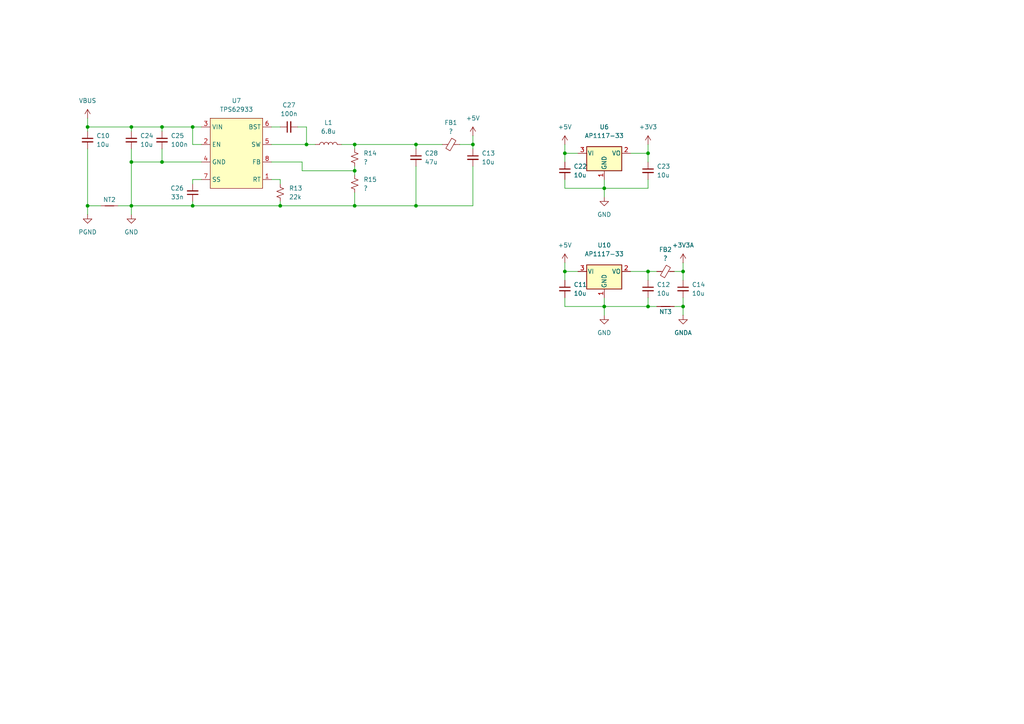
<source format=kicad_sch>
(kicad_sch (version 20231120) (generator "eeschema") (generator_version "8.0")
  (paper "A4")
  (lib_symbols
    (symbol "Device:C_Small" (pin_numbers hide) (pin_names (offset 0.254) hide)
      (property "Reference" "C" (at 0.254 1.778 0))
      (property "Value" "C_Small" (at 0.254 -2.032 0))
      (symbol "C_Small_0_1"
        (polyline (pts (xy -1.524 -0.508) (xy 1.524 -0.508)) (stroke (width 0.3302)))
        (polyline (pts (xy -1.524 0.508) (xy 1.524 0.508)) (stroke (width 0.3048)))
      )
      (symbol "C_Small_1_1"
        (pin passive line (at 0 2.54 270) (length 2.032) (name "~") (number "1"))
        (pin passive line (at 0 -2.54 90) (length 2.032) (name "~") (number "2"))
      )
    )
    (symbol "Device:FerriteBead_Small" (pin_numbers hide) (pin_names (offset 0))
      (property "Reference" "FB" (at 1.905 1.27 0))
      (property "Value" "FerriteBead_Small" (at 1.905 -1.27 0))
      (symbol "FerriteBead_Small_0_1"
        (polyline (pts (xy 0 -1.27) (xy 0 -0.7874)))
        (polyline (pts (xy 0 0.889) (xy 0 1.2954)))
        (polyline (pts (xy -1.8288 0.2794) (xy -1.1176 1.4986) (xy 1.8288 -0.2032) (xy 1.1176 -1.4224) (xy -1.8288 0.2794)))
      )
      (symbol "FerriteBead_Small_1_1"
        (pin passive line (at 0 2.54 270) (length 1.27) (name "~") (number "1"))
        (pin passive line (at 0 -2.54 90) (length 1.27) (name "~") (number "2"))
      )
    )
    (symbol "Device:L" (pin_numbers hide) (pin_names (offset 1.016) hide)
      (property "Reference" "L" (at -1.27 0 90))
      (property "Value" "L" (at 1.905 0 90))
      (symbol "L_0_1"
        (arc (start 0 -2.54) (mid 0.6323 -1.905) (end 0 -1.27))
        (arc (start 0 -1.27) (mid 0.6323 -0.635) (end 0 0))
        (arc (start 0 0) (mid 0.6323 0.635) (end 0 1.27))
        (arc (start 0 1.27) (mid 0.6323 1.905) (end 0 2.54))
      )
      (symbol "L_1_1"
        (pin passive line (at 0 3.81 270) (length 1.27) (name "1") (number "1"))
        (pin passive line (at 0 -3.81 90) (length 1.27) (name "2") (number "2"))
      )
    )
    (symbol "Device:NetTie_2" (pin_numbers hide) (pin_names (offset 0) hide) (in_bom no)
      (property "Reference" "NT" (at 0 1.27 0))
      (property "Value" "NetTie_2" (at 0 -1.27 0))
      (symbol "NetTie_2_0_1"
        (polyline (pts (xy -1.27 0) (xy 1.27 0)) (stroke (width 0.254)))
      )
      (symbol "NetTie_2_1_1"
        (pin passive line (at -2.54 0 0) (length 2.54) (name "1") (number "1"))
        (pin passive line (at 2.54 0 180) (length 2.54) (name "2") (number "2"))
      )
    )
    (symbol "Device:R_Small_US" (pin_numbers hide) (pin_names (offset 0.254) hide)
      (property "Reference" "R" (at 0.762 0.508 0))
      (property "Value" "R_Small_US" (at 0.762 -1.016 0))
      (symbol "R_Small_US_1_1"
        (polyline (pts (xy 0 0) (xy 1.016 -0.381) (xy 0 -0.762) (xy -1.016 -1.143) (xy 0 -1.524)))
        (polyline (pts (xy 0 1.524) (xy 1.016 1.143) (xy 0 0.762) (xy -1.016 0.381) (xy 0 0)))
        (pin passive line (at 0 2.54 270) (length 1.016) (name "~") (number "1"))
        (pin passive line (at 0 -2.54 90) (length 1.016) (name "~") (number "2"))
      )
    )
    (symbol "Regulator_Linear:AP1117-33" (pin_names (offset 0.254))
      (property "Reference" "U" (at -3.81 3.175 0))
      (property "Value" "AP1117-33" (at 0 3.175 0))
      (symbol "AP1117-33_0_1"
        (rectangle (start -5.08 -5.08) (end 5.08 1.905) (stroke (width 0.254)) (fill (type background)))
      )
      (symbol "AP1117-33_1_1"
        (pin power_in line (at 0 -7.62 90) (length 2.54) (name "GND") (number "1"))
        (pin power_out line (at 7.62 0 180) (length 2.54) (name "VO") (number "2"))
        (pin power_in line (at -7.62 0 0) (length 2.54) (name "VI") (number "3"))
      )
    )
    (symbol "a22verter:TPS62933"
      (property "Reference" "U" (at 0 0 0))
      (property "Value" "TPS62933" (at 0 0 0))
      (symbol "TPS62933_0_1"
        (rectangle (start -7.62 10.16) (end 7.62 -10.16) (fill (type background)))
      )
      (symbol "TPS62933_1_1"
        (pin input line (at 10.16 -7.62 180) (length 2.54) (name "RT") (number "1"))
        (pin input line (at -10.16 2.54 0) (length 2.54) (name "EN") (number "2"))
        (pin power_in line (at -10.16 7.62 0) (length 2.54) (name "VIN") (number "3"))
        (pin power_in line (at -10.16 -2.54 0) (length 2.54) (name "GND") (number "4"))
        (pin output line (at 10.16 2.54 180) (length 2.54) (name "SW") (number "5"))
        (pin output line (at 10.16 7.62 180) (length 2.54) (name "BST") (number "6"))
        (pin input line (at -10.16 -7.62 0) (length 2.54) (name "SS") (number "7"))
        (pin input line (at 10.16 -2.54 180) (length 2.54) (name "FB") (number "8"))
      )
    )
    (symbol "evelyn:+3V3A" (power) (pin_numbers hide) (pin_names (offset 0) hide)
      (property "Value" "+3V3A" (at 0 3.556 0))
      (symbol "+3V3A_0_1"
        (polyline (pts (xy -0.762 1.27) (xy 0 2.54)))
        (polyline (pts (xy 0 0) (xy 0 2.54)))
        (polyline (pts (xy 0 2.54) (xy 0.762 1.27)))
      )
      (symbol "+3V3A_1_1"
        (pin power_in line (at 0 0 90) (length 0) (name "~") (number "1"))
      )
    )
    (symbol "evelyn:PGND" (power) (pin_numbers hide) (pin_names (offset 0) hide)
      (property "Value" "PGND" (at 0 -3.81 0))
      (symbol "PGND_0_1"
        (polyline (pts (xy 0 0) (xy 0 -1.27) (xy 1.27 -1.27) (xy 0 -2.54) (xy -1.27 -1.27) (xy 0 -1.27)))
      )
      (symbol "PGND_1_1"
        (pin power_in line (at 0 0 270) (length 0) (name "~") (number "1"))
      )
    )
    (symbol "power:+3V3" (power) (pin_names (offset 0))
      (property "Value" "+3V3" (at 0 3.556 0))
      (symbol "+3V3_0_1"
        (polyline (pts (xy -0.762 1.27) (xy 0 2.54)))
        (polyline (pts (xy 0 0) (xy 0 2.54)))
        (polyline (pts (xy 0 2.54) (xy 0.762 1.27)))
      )
      (symbol "+3V3_1_1"
        (pin power_in line (at 0 0 90) (length 0) hide (name "+3V3") (number "1"))
      )
    )
    (symbol "power:+5V" (power) (pin_numbers hide) (pin_names (offset 0) hide)
      (property "Value" "+5V" (at 0 3.556 0))
      (symbol "+5V_0_1"
        (polyline (pts (xy -0.762 1.27) (xy 0 2.54)))
        (polyline (pts (xy 0 0) (xy 0 2.54)))
        (polyline (pts (xy 0 2.54) (xy 0.762 1.27)))
      )
      (symbol "+5V_1_1"
        (pin power_in line (at 0 0 90) (length 0) (name "~") (number "1"))
      )
    )
    (symbol "power:GND" (power) (pin_names (offset 0))
      (property "Value" "GND" (at 0 -3.81 0))
      (symbol "GND_0_1"
        (polyline (pts (xy 0 0) (xy 0 -1.27) (xy 1.27 -1.27) (xy 0 -2.54) (xy -1.27 -1.27) (xy 0 -1.27)))
      )
      (symbol "GND_1_1"
        (pin power_in line (at 0 0 270) (length 0) hide (name "GND") (number "1"))
      )
    )
    (symbol "power:GNDA" (power) (pin_numbers hide) (pin_names (offset 0) hide)
      (property "Value" "GNDA" (at 0 -3.81 0))
      (symbol "GNDA_0_1"
        (polyline (pts (xy 0 0) (xy 0 -1.27) (xy 1.27 -1.27) (xy 0 -2.54) (xy -1.27 -1.27) (xy 0 -1.27)))
      )
      (symbol "GNDA_1_1"
        (pin power_in line (at 0 0 270) (length 0) (name "~") (number "1"))
      )
    )
    (symbol "power:VBUS" (power) (pin_names (offset 0))
      (property "Value" "VBUS" (at 0 3.81 0))
      (symbol "VBUS_0_1"
        (polyline (pts (xy -0.762 1.27) (xy 0 2.54)))
        (polyline (pts (xy 0 0) (xy 0 2.54)))
        (polyline (pts (xy 0 2.54) (xy 0.762 1.27)))
      )
      (symbol "VBUS_1_1"
        (pin power_in line (at 0 0 90) (length 0) hide (name "VBUS") (number "1"))
      )
    )
  )
  (junction (at 120.65 59.69))
  (junction (at 81.28 59.69))
  (junction (at 120.65 41.91))
  (junction (at 187.96 78.74))
  (junction (at 46.99 36.83))
  (junction (at 55.88 59.69))
  (junction (at 46.99 46.99))
  (junction (at 187.96 88.9))
  (junction (at 102.87 41.91))
  (junction (at 25.4 59.69))
  (junction (at 38.1 59.69))
  (junction (at 198.12 78.74))
  (junction (at 175.26 88.9))
  (junction (at 163.83 44.45))
  (junction (at 88.9 41.91))
  (junction (at 102.87 59.69))
  (junction (at 55.88 36.83))
  (junction (at 187.96 44.45))
  (junction (at 175.26 54.61))
  (junction (at 163.83 78.74))
  (junction (at 102.87 49.53))
  (junction (at 198.12 88.9))
  (junction (at 38.1 46.99))
  (junction (at 38.1 36.83))
  (junction (at 25.4 36.83))
  (junction (at 137.16 41.91))
  (wire (pts (xy 38.1 46.99) (xy 46.99 46.99)))
  (wire (pts (xy 137.16 48.26) (xy 137.16 59.69)))
  (wire (pts (xy 163.83 54.61) (xy 175.26 54.61)))
  (wire (pts (xy 187.96 78.74) (xy 190.5 78.74)))
  (wire (pts (xy 25.4 34.29) (xy 25.4 36.83)))
  (wire (pts (xy 198.12 76.2) (xy 198.12 78.74)))
  (wire (pts (xy 25.4 59.69) (xy 25.4 62.23)))
  (wire (pts (xy 163.83 52.07) (xy 163.83 54.61)))
  (wire (pts (xy 175.26 88.9) (xy 175.26 91.44)))
  (wire (pts (xy 187.96 54.61) (xy 187.96 52.07)))
  (wire (pts (xy 55.88 52.07) (xy 55.88 53.34)))
  (wire (pts (xy 46.99 43.18) (xy 46.99 46.99)))
  (wire (pts (xy 25.4 36.83) (xy 38.1 36.83)))
  (wire (pts (xy 187.96 44.45) (xy 187.96 46.99)))
  (wire (pts (xy 120.65 48.26) (xy 120.65 59.69)))
  (wire (pts (xy 175.26 54.61) (xy 187.96 54.61)))
  (wire (pts (xy 120.65 59.69) (xy 102.87 59.69)))
  (wire (pts (xy 102.87 55.88) (xy 102.87 59.69)))
  (wire (pts (xy 87.63 49.53) (xy 102.87 49.53)))
  (wire (pts (xy 137.16 59.69) (xy 120.65 59.69)))
  (wire (pts (xy 25.4 59.69) (xy 29.21 59.69)))
  (wire (pts (xy 78.74 52.07) (xy 81.28 52.07)))
  (wire (pts (xy 137.16 41.91) (xy 137.16 43.18)))
  (wire (pts (xy 38.1 46.99) (xy 38.1 59.69)))
  (wire (pts (xy 46.99 36.83) (xy 46.99 38.1)))
  (wire (pts (xy 163.83 88.9) (xy 175.26 88.9)))
  (wire (pts (xy 38.1 43.18) (xy 38.1 46.99)))
  (wire (pts (xy 38.1 59.69) (xy 38.1 62.23)))
  (wire (pts (xy 137.16 39.37) (xy 137.16 41.91)))
  (wire (pts (xy 195.58 88.9) (xy 198.12 88.9)))
  (wire (pts (xy 38.1 36.83) (xy 46.99 36.83)))
  (wire (pts (xy 102.87 48.26) (xy 102.87 49.53)))
  (wire (pts (xy 58.42 52.07) (xy 55.88 52.07)))
  (wire (pts (xy 38.1 36.83) (xy 38.1 38.1)))
  (wire (pts (xy 175.26 86.36) (xy 175.26 88.9)))
  (wire (pts (xy 46.99 36.83) (xy 55.88 36.83)))
  (wire (pts (xy 175.26 54.61) (xy 175.26 57.15)))
  (wire (pts (xy 55.88 59.69) (xy 55.88 58.42)))
  (wire (pts (xy 99.06 41.91) (xy 102.87 41.91)))
  (wire (pts (xy 163.83 46.99) (xy 163.83 44.45)))
  (wire (pts (xy 55.88 36.83) (xy 58.42 36.83)))
  (wire (pts (xy 78.74 46.99) (xy 87.63 46.99)))
  (wire (pts (xy 87.63 46.99) (xy 87.63 49.53)))
  (wire (pts (xy 163.83 76.2) (xy 163.83 78.74)))
  (wire (pts (xy 34.29 59.69) (xy 38.1 59.69)))
  (wire (pts (xy 163.83 86.36) (xy 163.83 88.9)))
  (wire (pts (xy 175.26 52.07) (xy 175.26 54.61)))
  (wire (pts (xy 187.96 88.9) (xy 187.96 86.36)))
  (wire (pts (xy 163.83 78.74) (xy 167.64 78.74)))
  (wire (pts (xy 133.35 41.91) (xy 137.16 41.91)))
  (wire (pts (xy 163.83 44.45) (xy 167.64 44.45)))
  (wire (pts (xy 198.12 78.74) (xy 198.12 81.28)))
  (wire (pts (xy 55.88 59.69) (xy 81.28 59.69)))
  (wire (pts (xy 25.4 43.18) (xy 25.4 59.69)))
  (wire (pts (xy 102.87 41.91) (xy 102.87 43.18)))
  (wire (pts (xy 81.28 52.07) (xy 81.28 53.34)))
  (wire (pts (xy 78.74 41.91) (xy 88.9 41.91)))
  (wire (pts (xy 38.1 59.69) (xy 55.88 59.69)))
  (wire (pts (xy 102.87 49.53) (xy 102.87 50.8)))
  (wire (pts (xy 120.65 41.91) (xy 128.27 41.91)))
  (wire (pts (xy 120.65 41.91) (xy 102.87 41.91)))
  (wire (pts (xy 198.12 88.9) (xy 198.12 91.44)))
  (wire (pts (xy 195.58 78.74) (xy 198.12 78.74)))
  (wire (pts (xy 55.88 41.91) (xy 55.88 36.83)))
  (wire (pts (xy 25.4 36.83) (xy 25.4 38.1)))
  (wire (pts (xy 163.83 81.28) (xy 163.83 78.74)))
  (wire (pts (xy 163.83 41.91) (xy 163.83 44.45)))
  (wire (pts (xy 78.74 36.83) (xy 81.28 36.83)))
  (wire (pts (xy 81.28 59.69) (xy 102.87 59.69)))
  (wire (pts (xy 187.96 41.91) (xy 187.96 44.45)))
  (wire (pts (xy 187.96 78.74) (xy 187.96 81.28)))
  (wire (pts (xy 86.36 36.83) (xy 88.9 36.83)))
  (wire (pts (xy 182.88 78.74) (xy 187.96 78.74)))
  (wire (pts (xy 88.9 41.91) (xy 91.44 41.91)))
  (wire (pts (xy 81.28 58.42) (xy 81.28 59.69)))
  (wire (pts (xy 58.42 41.91) (xy 55.88 41.91)))
  (wire (pts (xy 175.26 88.9) (xy 187.96 88.9)))
  (wire (pts (xy 198.12 86.36) (xy 198.12 88.9)))
  (wire (pts (xy 46.99 46.99) (xy 58.42 46.99)))
  (wire (pts (xy 187.96 88.9) (xy 190.5 88.9)))
  (wire (pts (xy 120.65 43.18) (xy 120.65 41.91)))
  (wire (pts (xy 182.88 44.45) (xy 187.96 44.45)))
  (wire (pts (xy 88.9 36.83) (xy 88.9 41.91)))
  (symbol (lib_id "evelyn:PGND") (at 25.4 62.23 0) (unit 1)
    (property "Reference" "#PWR09" (effects (hide yes)))
    (property "Value" "PGND" (at 25.4 67.31 0))
    (property "Description" "Power symbol creates a global label with name \"PGND\" , power ground" (effects (hide yes)))
  )
  (symbol (lib_id "Device:NetTie_2") (at 31.75 59.69 0) (unit 1) (in_bom no)
    (property "Reference" "NT2" (at 31.75 57.912 0))
    (property "Value" "NetTie_2" (effects (hide yes)))
    (property "Description" "Net tie, 2 pins" (effects (hide yes)))
  )
  (symbol (lib_id "Device:C_Small") (at 187.96 49.53 0) (unit 1)
    (property "Reference" "C23" (at 190.5 48.2662 0) (effects (justify left)))
    (property "Value" "10u" (at 190.5 50.8062 0) (effects (justify left)))
    (property "Footprint" "Capacitor_SMD:C_0603_1608Metric" (effects (hide yes)))
  )
  (symbol (lib_id "power:GND") (at 175.26 57.15 0) (unit 1)
    (property "Reference" "#PWR035" (effects (hide yes)))
    (property "Value" "GND" (at 175.26 62.23 0))
  )
  (symbol (lib_id "Device:C_Small") (at 187.96 83.82 0) (unit 1)
    (property "Reference" "C12" (at 190.5 82.5562 0) (effects (justify left)))
    (property "Value" "10u" (at 190.5 85.0962 0) (effects (justify left)))
    (property "Footprint" "Capacitor_SMD:C_0603_1608Metric" (effects (hide yes)))
  )
  (symbol (lib_id "Device:R_Small_US") (at 102.87 45.72 0) (unit 1)
    (property "Reference" "R14" (at 105.41 44.4499 0) (effects (justify left)))
    (property "Value" "?" (at 105.41 46.9899 0) (effects (justify left)))
    (property "Footprint" "Resistor_SMD:R_0402_1005Metric" (effects (hide yes)))
  )
  (symbol (lib_id "Device:NetTie_2") (at 193.04 88.9 0) (unit 1) (in_bom no)
    (property "Reference" "NT3" (at 193.04 90.424 0))
    (property "Value" "NetTie_2" (effects (hide yes)))
    (property "Description" "Net tie, 2 pins" (effects (hide yes)))
  )
  (symbol (lib_id "power:VBUS") (at 25.4 34.29 0) (unit 1)
    (property "Reference" "#PWR037" (effects (hide yes)))
    (property "Value" "VBUS" (at 25.4 29.21 0))
  )
  (symbol (lib_id "Device:C_Small") (at 46.99 40.64 0) (unit 1)
    (property "Reference" "C25" (at 49.53 39.3762 0) (effects (justify left)))
    (property "Value" "100n" (at 49.53 41.9162 0) (effects (justify left)))
    (property "Footprint" "Capacitor_SMD:C_0805_2012Metric" (effects (hide yes)))
  )
  (symbol (lib_id "Device:C_Small") (at 137.16 45.72 0) (unit 1)
    (property "Reference" "C13" (at 139.7 44.4562 0) (effects (justify left)))
    (property "Value" "10u" (at 139.7 46.9962 0) (effects (justify left)))
    (property "Description" "Unpolarized capacitor, small symbol" (effects (hide yes)))
  )
  (symbol (lib_id "Device:R_Small_US") (at 81.28 55.88 0) (unit 1)
    (property "Reference" "R13" (at 83.82 54.6099 0) (effects (justify left)))
    (property "Value" "22k" (at 83.82 57.1499 0) (effects (justify left)))
    (property "Footprint" "Resistor_SMD:R_0402_1005Metric" (effects (hide yes)))
  )
  (symbol (lib_id "Device:FerriteBead_Small") (at 193.04 78.74 90) (unit 1)
    (property "Reference" "FB2" (at 193.0019 72.39 90))
    (property "Value" "?" (at 193.0019 74.93 90))
    (property "Description" "Ferrite bead, small symbol" (effects (hide yes)))
  )
  (symbol (lib_id "Device:C_Small") (at 120.65 45.72 0) (unit 1)
    (property "Reference" "C28" (at 123.19 44.4562 0) (effects (justify left)))
    (property "Value" "47u" (at 123.19 46.9962 0) (effects (justify left)))
    (property "Footprint" "Capacitor_SMD:C_0805_2012Metric" (effects (hide yes)))
  )
  (symbol (lib_id "power:+5V") (at 163.83 41.91 0) (unit 1)
    (property "Reference" "#PWR03" (effects (hide yes)))
    (property "Value" "+5V" (at 163.83 36.83 0))
    (property "Description" "Power symbol creates a global label with name \"+5V\"" (effects (hide yes)))
  )
  (symbol (lib_id "Device:C_Small") (at 83.82 36.83 90) (unit 1)
    (property "Reference" "C27" (at 83.8263 30.48 90))
    (property "Value" "100n" (at 83.8263 33.02 90))
    (property "Footprint" "Capacitor_SMD:C_0603_1608Metric" (effects (hide yes)))
  )
  (symbol (lib_id "Device:C_Small") (at 55.88 55.88 0) (mirror x) (unit 1)
    (property "Reference" "C26" (at 53.34 54.6035 0) (effects (justify right)))
    (property "Value" "33n" (at 53.34 57.1435 0) (effects (justify right)))
    (property "Footprint" "Capacitor_SMD:C_0603_1608Metric" (effects (hide yes)))
  )
  (symbol (lib_id "evelyn:+3V3A") (at 198.12 76.2 0) (unit 1)
    (property "Reference" "#PWR014" (effects (hide yes)))
    (property "Value" "+3V3A" (at 198.12 71.12 0))
    (property "Description" "Power symbol creates a global label with name \"+3V3A\"" (effects (hide yes)))
  )
  (symbol (lib_id "Device:C_Small") (at 198.12 83.82 0) (unit 1)
    (property "Reference" "C14" (at 200.66 82.5562 0) (effects (justify left)))
    (property "Value" "10u" (at 200.66 85.0962 0) (effects (justify left)))
    (property "Footprint" "Capacitor_SMD:C_0603_1608Metric" (effects (hide yes)))
  )
  (symbol (lib_id "Device:L") (at 95.25 41.91 90) (unit 1)
    (property "Reference" "L1" (at 95.25 35.56 90))
    (property "Value" "6.8u" (at 95.25 38.1 90))
    (property "Footprint" "Inductor_SMD:L_Wuerth_MAPI-4030" (effects (hide yes)))
  )
  (symbol (lib_id "a22verter:TPS62933") (at 68.58 44.45 0) (unit 1)
    (property "Reference" "U7" (at 68.58 29.21 0))
    (property "Value" "TPS62933" (at 68.58 31.75 0))
    (property "Footprint" "a22verter:SOT-583" (effects (hide yes)))
    (property "Datasheet" "https://www.ti.com/lit/ds/symlink/tps62933.pdf" (effects (hide yes)))
  )
  (symbol (lib_id "Regulator_Linear:AP1117-33") (at 175.26 78.74 0) (unit 1)
    (property "Reference" "U10" (at 175.26 71.12 0))
    (property "Value" "AP1117-33" (at 175.26 73.66 0))
    (property "Footprint" "Package_TO_SOT_SMD:SOT-89-3" (effects (hide yes)))
    (property "Datasheet" "http://www.diodes.com/datasheets/AP1117.pdf" (effects (hide yes)))
  )
  (symbol (lib_id "Device:C_Small") (at 25.4 40.64 0) (unit 1)
    (property "Reference" "C10" (at 27.94 39.3762 0) (effects (justify left)))
    (property "Value" "10u" (at 27.94 41.9162 0) (effects (justify left)))
    (property "Footprint" "Capacitor_SMD:C_1210_3225Metric" (effects (hide yes)))
  )
  (symbol (lib_id "Regulator_Linear:AP1117-33") (at 175.26 44.45 0) (unit 1)
    (property "Reference" "U6" (at 175.26 36.83 0))
    (property "Value" "AP1117-33" (at 175.26 39.37 0))
    (property "Footprint" "Package_TO_SOT_SMD:SOT-89-3" (effects (hide yes)))
    (property "Datasheet" "http://www.diodes.com/datasheets/AP1117.pdf" (effects (hide yes)))
  )
  (symbol (lib_id "power:+5V") (at 137.16 39.37 0) (unit 1)
    (property "Reference" "#PWR08" (effects (hide yes)))
    (property "Value" "+5V" (at 137.16 34.29 0))
    (property "Description" "Power symbol creates a global label with name \"+5V\"" (effects (hide yes)))
  )
  (symbol (lib_id "Device:R_Small_US") (at 102.87 53.34 0) (unit 1)
    (property "Reference" "R15" (at 105.41 52.0699 0) (effects (justify left)))
    (property "Value" "?" (at 105.41 54.6099 0) (effects (justify left)))
    (property "Footprint" "Resistor_SMD:R_0402_1005Metric" (effects (hide yes)))
  )
  (symbol (lib_id "power:GNDA") (at 198.12 91.44 0) (unit 1)
    (property "Reference" "#PWR015" (effects (hide yes)))
    (property "Value" "GNDA" (at 198.12 96.52 0))
    (property "Description" "Power symbol creates a global label with name \"GNDA\" , analog ground" (effects (hide yes)))
  )
  (symbol (lib_id "power:+5V") (at 163.83 76.2 0) (unit 1)
    (property "Reference" "#PWR012" (effects (hide yes)))
    (property "Value" "+5V" (at 163.83 71.12 0))
    (property "Description" "Power symbol creates a global label with name \"+5V\"" (effects (hide yes)))
  )
  (symbol (lib_id "Device:FerriteBead_Small") (at 130.81 41.91 90) (unit 1)
    (property "Reference" "FB1" (at 130.7719 35.56 90))
    (property "Value" "?" (at 130.7719 38.1 90))
    (property "Description" "Ferrite bead, small symbol" (effects (hide yes)))
  )
  (symbol (lib_id "Device:C_Small") (at 163.83 83.82 0) (unit 1)
    (property "Reference" "C11" (at 166.37 82.5562 0) (effects (justify left)))
    (property "Value" "10u" (at 166.37 85.0962 0) (effects (justify left)))
    (property "Footprint" "Capacitor_SMD:C_0603_1608Metric" (effects (hide yes)))
  )
  (symbol (lib_id "Device:C_Small") (at 163.83 49.53 0) (unit 1)
    (property "Reference" "C22" (at 166.37 48.2662 0) (effects (justify left)))
    (property "Value" "10u" (at 166.37 50.8062 0) (effects (justify left)))
    (property "Footprint" "Capacitor_SMD:C_0603_1608Metric" (effects (hide yes)))
  )
  (symbol (lib_id "power:+3V3") (at 187.96 41.91 0) (unit 1)
    (property "Reference" "#PWR036" (effects (hide yes)))
    (property "Value" "+3V3" (at 187.96 36.83 0))
  )
  (symbol (lib_id "power:GND") (at 38.1 62.23 0) (unit 1)
    (property "Reference" "#PWR039" (effects (hide yes)))
    (property "Value" "GND" (at 38.1 67.31 0))
  )
  (symbol (lib_id "Device:C_Small") (at 38.1 40.64 0) (unit 1)
    (property "Reference" "C24" (at 40.64 39.3762 0) (effects (justify left)))
    (property "Value" "10u" (at 40.64 41.9162 0) (effects (justify left)))
    (property "Footprint" "Capacitor_SMD:C_1210_3225Metric" (effects (hide yes)))
  )
  (symbol (lib_id "power:GND") (at 175.26 91.44 0) (unit 1)
    (property "Reference" "#PWR013" (effects (hide yes)))
    (property "Value" "GND" (at 175.26 96.52 0))
  )
)
</source>
